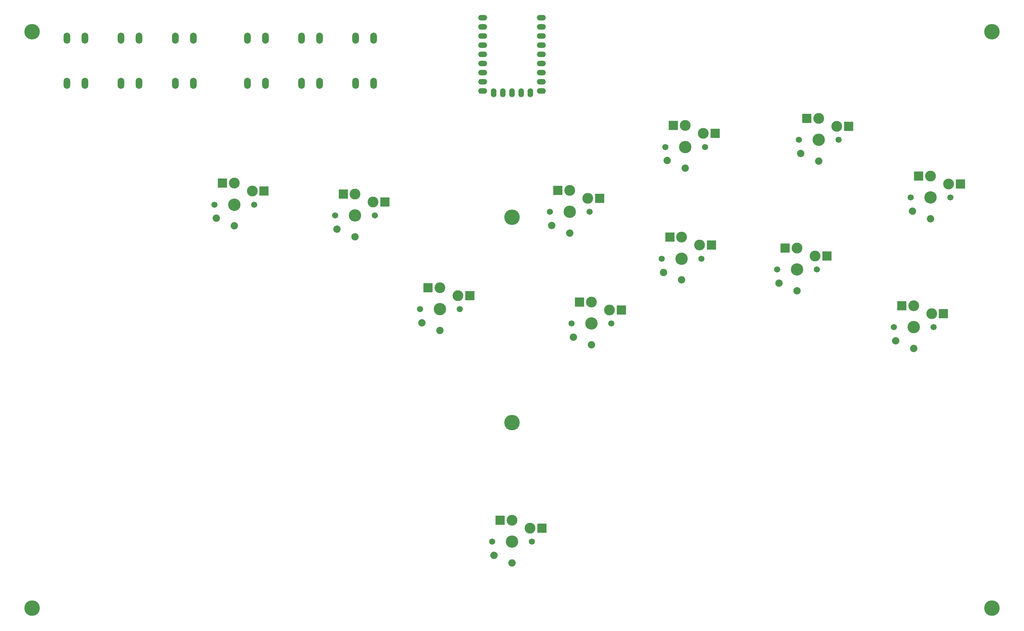
<source format=gbr>
%TF.GenerationSoftware,KiCad,Pcbnew,7.0.1*%
%TF.CreationDate,2024-02-21T21:30:13-07:00*%
%TF.ProjectId,JakesPad,4a616b65-7350-4616-942e-6b696361645f,rev?*%
%TF.SameCoordinates,Original*%
%TF.FileFunction,Soldermask,Bot*%
%TF.FilePolarity,Negative*%
%FSLAX46Y46*%
G04 Gerber Fmt 4.6, Leading zero omitted, Abs format (unit mm)*
G04 Created by KiCad (PCBNEW 7.0.1) date 2024-02-21 21:30:13*
%MOMM*%
%LPD*%
G01*
G04 APERTURE LIST*
%ADD10C,1.701800*%
%ADD11C,3.000000*%
%ADD12C,3.429000*%
%ADD13R,2.600000X2.600000*%
%ADD14C,2.032000*%
%ADD15O,1.850000X3.048000*%
%ADD16C,4.300000*%
%ADD17O,2.500000X1.500000*%
%ADD18O,1.500000X2.500000*%
G04 APERTURE END LIST*
D10*
%TO.C,B2*%
X263500000Y-123000000D03*
D11*
X269000000Y-117050000D03*
D12*
X269000000Y-123000000D03*
D11*
X274000000Y-119250000D03*
D10*
X274500000Y-123000000D03*
D13*
X265725000Y-117050000D03*
D14*
X269000000Y-128900000D03*
X264000000Y-126800000D03*
D13*
X277275000Y-119250000D03*
%TD*%
D15*
%TO.C,SW2*%
X113650000Y-74350000D03*
X113650000Y-61850000D03*
X118650000Y-74350000D03*
X118650000Y-61850000D03*
%TD*%
D10*
%TO.C,B1*%
X238500000Y-141000000D03*
D11*
X244000000Y-135050000D03*
D12*
X244000000Y-141000000D03*
D11*
X249000000Y-137250000D03*
D10*
X249500000Y-141000000D03*
D13*
X240725000Y-135050000D03*
D14*
X244000000Y-146900000D03*
X239000000Y-144800000D03*
D13*
X252275000Y-137250000D03*
%TD*%
D15*
%TO.C,SW3*%
X128650000Y-74350000D03*
X128650000Y-61850000D03*
X133650000Y-74350000D03*
X133650000Y-61850000D03*
%TD*%
D10*
%TO.C,A2*%
X264500000Y-92000000D03*
D11*
X270000000Y-86050000D03*
D12*
X270000000Y-92000000D03*
D11*
X275000000Y-88250000D03*
D10*
X275500000Y-92000000D03*
D13*
X266725000Y-86050000D03*
D14*
X270000000Y-97900000D03*
X265000000Y-95800000D03*
D13*
X278275000Y-88250000D03*
%TD*%
D10*
%TO.C,B4*%
X327800000Y-142000000D03*
D11*
X333300000Y-136050000D03*
D12*
X333300000Y-142000000D03*
D11*
X338300000Y-138250000D03*
D10*
X338800000Y-142000000D03*
D13*
X330025000Y-136050000D03*
D14*
X333300000Y-147900000D03*
X328300000Y-145800000D03*
D13*
X341575000Y-138250000D03*
%TD*%
D10*
%TO.C,A1*%
X232500000Y-110000000D03*
D11*
X238000000Y-104050000D03*
D12*
X238000000Y-110000000D03*
D11*
X243000000Y-106250000D03*
D10*
X243500000Y-110000000D03*
D13*
X234725000Y-104050000D03*
D14*
X238000000Y-115900000D03*
X233000000Y-113800000D03*
D13*
X246275000Y-106250000D03*
%TD*%
D10*
%TO.C,B3*%
X295500000Y-126000000D03*
D11*
X301000000Y-120050000D03*
D12*
X301000000Y-126000000D03*
D11*
X306000000Y-122250000D03*
D10*
X306500000Y-126000000D03*
D13*
X297725000Y-120050000D03*
D14*
X301000000Y-131900000D03*
X296000000Y-129800000D03*
D13*
X309275000Y-122250000D03*
%TD*%
D16*
%TO.C,H1*%
X89000000Y-60000000D03*
%TD*%
%TO.C,H5*%
X89000000Y-220000000D03*
%TD*%
D15*
%TO.C,SW1*%
X98650000Y-74350000D03*
X98650000Y-61850000D03*
X103650000Y-74350000D03*
X103650000Y-61850000D03*
%TD*%
D16*
%TO.C,H2*%
X222000000Y-111500000D03*
%TD*%
D15*
%TO.C,SW4*%
X148650000Y-74350000D03*
X148650000Y-61850000D03*
X153650000Y-74350000D03*
X153650000Y-61850000D03*
%TD*%
%TO.C,SW6*%
X178650000Y-74350000D03*
X178650000Y-61850000D03*
X183650000Y-74350000D03*
X183650000Y-61850000D03*
%TD*%
D10*
%TO.C,C4*%
X216500000Y-201500000D03*
D11*
X222000000Y-195550000D03*
D12*
X222000000Y-201500000D03*
D11*
X227000000Y-197750000D03*
D10*
X227500000Y-201500000D03*
D13*
X218725000Y-195550000D03*
D14*
X222000000Y-207400000D03*
X217000000Y-205300000D03*
D13*
X230275000Y-197750000D03*
%TD*%
D10*
%TO.C,A4*%
X332500000Y-106000000D03*
D11*
X338000000Y-100050000D03*
D12*
X338000000Y-106000000D03*
D11*
X343000000Y-102250000D03*
D10*
X343500000Y-106000000D03*
D13*
X334725000Y-100050000D03*
D14*
X338000000Y-111900000D03*
X333000000Y-109800000D03*
D13*
X346275000Y-102250000D03*
%TD*%
D15*
%TO.C,SW5*%
X163650000Y-74350000D03*
X163650000Y-61850000D03*
X168650000Y-74350000D03*
X168650000Y-61850000D03*
%TD*%
D10*
%TO.C,C3*%
X196500000Y-137000000D03*
D11*
X202000000Y-131050000D03*
D12*
X202000000Y-137000000D03*
D11*
X207000000Y-133250000D03*
D10*
X207500000Y-137000000D03*
D13*
X198725000Y-131050000D03*
D14*
X202000000Y-142900000D03*
X197000000Y-140800000D03*
D13*
X210275000Y-133250000D03*
%TD*%
D16*
%TO.C,H4*%
X222000000Y-168500000D03*
%TD*%
D10*
%TO.C,C1*%
X139500000Y-108000000D03*
D11*
X145000000Y-102050000D03*
D12*
X145000000Y-108000000D03*
D11*
X150000000Y-104250000D03*
D10*
X150500000Y-108000000D03*
D13*
X141725000Y-102050000D03*
D14*
X145000000Y-113900000D03*
X140000000Y-111800000D03*
D13*
X153275000Y-104250000D03*
%TD*%
D10*
%TO.C,C2*%
X173000000Y-111000000D03*
D11*
X178500000Y-105050000D03*
D12*
X178500000Y-111000000D03*
D11*
X183500000Y-107250000D03*
D10*
X184000000Y-111000000D03*
D13*
X175225000Y-105050000D03*
D14*
X178500000Y-116900000D03*
X173500000Y-114800000D03*
D13*
X186775000Y-107250000D03*
%TD*%
D16*
%TO.C,H3*%
X355000000Y-220000000D03*
%TD*%
%TO.C,H6*%
X355000000Y-60000000D03*
%TD*%
D17*
%TO.C,U2*%
X230120000Y-56140000D03*
X230120000Y-58680000D03*
X230120000Y-61220000D03*
X230120000Y-63760000D03*
X230120000Y-66300000D03*
X230120000Y-68840000D03*
X230120000Y-71380000D03*
X230120000Y-73920000D03*
X230120000Y-76460000D03*
D18*
X227080000Y-76960000D03*
X224540000Y-76960000D03*
X222000000Y-76960000D03*
X219460000Y-76960000D03*
X216920000Y-76960000D03*
D17*
X213880000Y-76460000D03*
X213880000Y-73920000D03*
X213880000Y-71380000D03*
X213880000Y-68840000D03*
X213880000Y-66300000D03*
X213880000Y-63760000D03*
X213880000Y-61220000D03*
X213880000Y-58680000D03*
X213880000Y-56140000D03*
%TD*%
D10*
%TO.C,A3*%
X301500000Y-90000000D03*
D11*
X307000000Y-84050000D03*
D12*
X307000000Y-90000000D03*
D11*
X312000000Y-86250000D03*
D10*
X312500000Y-90000000D03*
D13*
X303725000Y-84050000D03*
D14*
X307000000Y-95900000D03*
X302000000Y-93800000D03*
D13*
X315275000Y-86250000D03*
%TD*%
M02*

</source>
